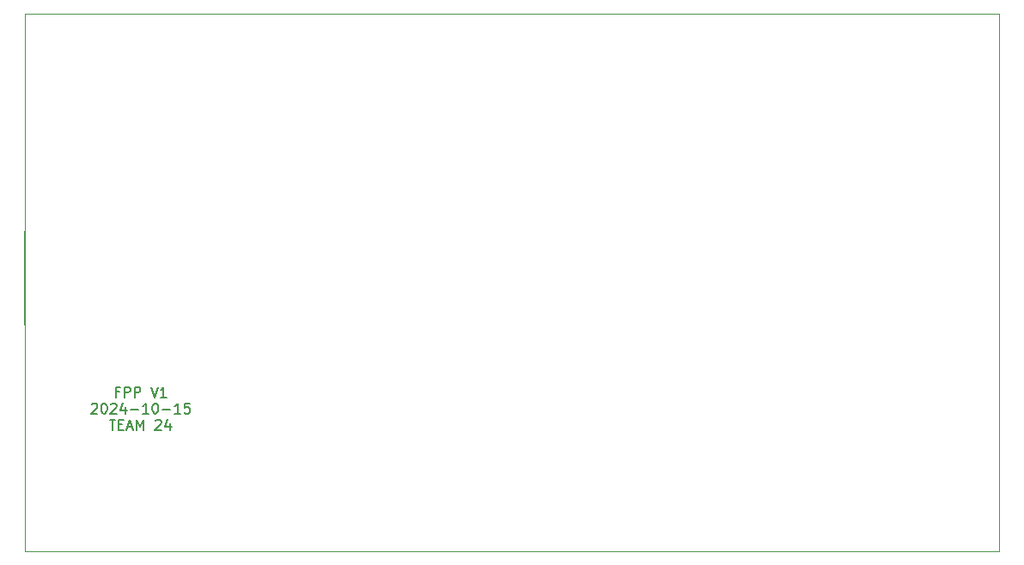
<source format=gbr>
%TF.GenerationSoftware,KiCad,Pcbnew,8.0.4*%
%TF.CreationDate,2024-10-15T03:37:40-05:00*%
%TF.ProjectId,FPP_10_8,4650505f-3130-45f3-982e-6b696361645f,rev?*%
%TF.SameCoordinates,Original*%
%TF.FileFunction,Profile,NP*%
%FSLAX46Y46*%
G04 Gerber Fmt 4.6, Leading zero omitted, Abs format (unit mm)*
G04 Created by KiCad (PCBNEW 8.0.4) date 2024-10-15 03:37:40*
%MOMM*%
%LPD*%
G01*
G04 APERTURE LIST*
%ADD10C,0.150000*%
%TA.AperFunction,Profile*%
%ADD11C,0.050000*%
%TD*%
%TA.AperFunction,Profile*%
%ADD12C,0.010000*%
%TD*%
G04 APERTURE END LIST*
D10*
X113007142Y-103676121D02*
X112673809Y-103676121D01*
X112673809Y-104199931D02*
X112673809Y-103199931D01*
X112673809Y-103199931D02*
X113149999Y-103199931D01*
X113530952Y-104199931D02*
X113530952Y-103199931D01*
X113530952Y-103199931D02*
X113911904Y-103199931D01*
X113911904Y-103199931D02*
X114007142Y-103247550D01*
X114007142Y-103247550D02*
X114054761Y-103295169D01*
X114054761Y-103295169D02*
X114102380Y-103390407D01*
X114102380Y-103390407D02*
X114102380Y-103533264D01*
X114102380Y-103533264D02*
X114054761Y-103628502D01*
X114054761Y-103628502D02*
X114007142Y-103676121D01*
X114007142Y-103676121D02*
X113911904Y-103723740D01*
X113911904Y-103723740D02*
X113530952Y-103723740D01*
X114530952Y-104199931D02*
X114530952Y-103199931D01*
X114530952Y-103199931D02*
X114911904Y-103199931D01*
X114911904Y-103199931D02*
X115007142Y-103247550D01*
X115007142Y-103247550D02*
X115054761Y-103295169D01*
X115054761Y-103295169D02*
X115102380Y-103390407D01*
X115102380Y-103390407D02*
X115102380Y-103533264D01*
X115102380Y-103533264D02*
X115054761Y-103628502D01*
X115054761Y-103628502D02*
X115007142Y-103676121D01*
X115007142Y-103676121D02*
X114911904Y-103723740D01*
X114911904Y-103723740D02*
X114530952Y-103723740D01*
X116150000Y-103199931D02*
X116483333Y-104199931D01*
X116483333Y-104199931D02*
X116816666Y-103199931D01*
X117673809Y-104199931D02*
X117102381Y-104199931D01*
X117388095Y-104199931D02*
X117388095Y-103199931D01*
X117388095Y-103199931D02*
X117292857Y-103342788D01*
X117292857Y-103342788D02*
X117197619Y-103438026D01*
X117197619Y-103438026D02*
X117102381Y-103485645D01*
X110292857Y-104905113D02*
X110340476Y-104857494D01*
X110340476Y-104857494D02*
X110435714Y-104809875D01*
X110435714Y-104809875D02*
X110673809Y-104809875D01*
X110673809Y-104809875D02*
X110769047Y-104857494D01*
X110769047Y-104857494D02*
X110816666Y-104905113D01*
X110816666Y-104905113D02*
X110864285Y-105000351D01*
X110864285Y-105000351D02*
X110864285Y-105095589D01*
X110864285Y-105095589D02*
X110816666Y-105238446D01*
X110816666Y-105238446D02*
X110245238Y-105809875D01*
X110245238Y-105809875D02*
X110864285Y-105809875D01*
X111483333Y-104809875D02*
X111578571Y-104809875D01*
X111578571Y-104809875D02*
X111673809Y-104857494D01*
X111673809Y-104857494D02*
X111721428Y-104905113D01*
X111721428Y-104905113D02*
X111769047Y-105000351D01*
X111769047Y-105000351D02*
X111816666Y-105190827D01*
X111816666Y-105190827D02*
X111816666Y-105428922D01*
X111816666Y-105428922D02*
X111769047Y-105619398D01*
X111769047Y-105619398D02*
X111721428Y-105714636D01*
X111721428Y-105714636D02*
X111673809Y-105762256D01*
X111673809Y-105762256D02*
X111578571Y-105809875D01*
X111578571Y-105809875D02*
X111483333Y-105809875D01*
X111483333Y-105809875D02*
X111388095Y-105762256D01*
X111388095Y-105762256D02*
X111340476Y-105714636D01*
X111340476Y-105714636D02*
X111292857Y-105619398D01*
X111292857Y-105619398D02*
X111245238Y-105428922D01*
X111245238Y-105428922D02*
X111245238Y-105190827D01*
X111245238Y-105190827D02*
X111292857Y-105000351D01*
X111292857Y-105000351D02*
X111340476Y-104905113D01*
X111340476Y-104905113D02*
X111388095Y-104857494D01*
X111388095Y-104857494D02*
X111483333Y-104809875D01*
X112197619Y-104905113D02*
X112245238Y-104857494D01*
X112245238Y-104857494D02*
X112340476Y-104809875D01*
X112340476Y-104809875D02*
X112578571Y-104809875D01*
X112578571Y-104809875D02*
X112673809Y-104857494D01*
X112673809Y-104857494D02*
X112721428Y-104905113D01*
X112721428Y-104905113D02*
X112769047Y-105000351D01*
X112769047Y-105000351D02*
X112769047Y-105095589D01*
X112769047Y-105095589D02*
X112721428Y-105238446D01*
X112721428Y-105238446D02*
X112150000Y-105809875D01*
X112150000Y-105809875D02*
X112769047Y-105809875D01*
X113626190Y-105143208D02*
X113626190Y-105809875D01*
X113388095Y-104762256D02*
X113150000Y-105476541D01*
X113150000Y-105476541D02*
X113769047Y-105476541D01*
X114150000Y-105428922D02*
X114911905Y-105428922D01*
X115911904Y-105809875D02*
X115340476Y-105809875D01*
X115626190Y-105809875D02*
X115626190Y-104809875D01*
X115626190Y-104809875D02*
X115530952Y-104952732D01*
X115530952Y-104952732D02*
X115435714Y-105047970D01*
X115435714Y-105047970D02*
X115340476Y-105095589D01*
X116530952Y-104809875D02*
X116626190Y-104809875D01*
X116626190Y-104809875D02*
X116721428Y-104857494D01*
X116721428Y-104857494D02*
X116769047Y-104905113D01*
X116769047Y-104905113D02*
X116816666Y-105000351D01*
X116816666Y-105000351D02*
X116864285Y-105190827D01*
X116864285Y-105190827D02*
X116864285Y-105428922D01*
X116864285Y-105428922D02*
X116816666Y-105619398D01*
X116816666Y-105619398D02*
X116769047Y-105714636D01*
X116769047Y-105714636D02*
X116721428Y-105762256D01*
X116721428Y-105762256D02*
X116626190Y-105809875D01*
X116626190Y-105809875D02*
X116530952Y-105809875D01*
X116530952Y-105809875D02*
X116435714Y-105762256D01*
X116435714Y-105762256D02*
X116388095Y-105714636D01*
X116388095Y-105714636D02*
X116340476Y-105619398D01*
X116340476Y-105619398D02*
X116292857Y-105428922D01*
X116292857Y-105428922D02*
X116292857Y-105190827D01*
X116292857Y-105190827D02*
X116340476Y-105000351D01*
X116340476Y-105000351D02*
X116388095Y-104905113D01*
X116388095Y-104905113D02*
X116435714Y-104857494D01*
X116435714Y-104857494D02*
X116530952Y-104809875D01*
X117292857Y-105428922D02*
X118054762Y-105428922D01*
X119054761Y-105809875D02*
X118483333Y-105809875D01*
X118769047Y-105809875D02*
X118769047Y-104809875D01*
X118769047Y-104809875D02*
X118673809Y-104952732D01*
X118673809Y-104952732D02*
X118578571Y-105047970D01*
X118578571Y-105047970D02*
X118483333Y-105095589D01*
X119959523Y-104809875D02*
X119483333Y-104809875D01*
X119483333Y-104809875D02*
X119435714Y-105286065D01*
X119435714Y-105286065D02*
X119483333Y-105238446D01*
X119483333Y-105238446D02*
X119578571Y-105190827D01*
X119578571Y-105190827D02*
X119816666Y-105190827D01*
X119816666Y-105190827D02*
X119911904Y-105238446D01*
X119911904Y-105238446D02*
X119959523Y-105286065D01*
X119959523Y-105286065D02*
X120007142Y-105381303D01*
X120007142Y-105381303D02*
X120007142Y-105619398D01*
X120007142Y-105619398D02*
X119959523Y-105714636D01*
X119959523Y-105714636D02*
X119911904Y-105762256D01*
X119911904Y-105762256D02*
X119816666Y-105809875D01*
X119816666Y-105809875D02*
X119578571Y-105809875D01*
X119578571Y-105809875D02*
X119483333Y-105762256D01*
X119483333Y-105762256D02*
X119435714Y-105714636D01*
X112078571Y-106419819D02*
X112649999Y-106419819D01*
X112364285Y-107419819D02*
X112364285Y-106419819D01*
X112983333Y-106896009D02*
X113316666Y-106896009D01*
X113459523Y-107419819D02*
X112983333Y-107419819D01*
X112983333Y-107419819D02*
X112983333Y-106419819D01*
X112983333Y-106419819D02*
X113459523Y-106419819D01*
X113840476Y-107134104D02*
X114316666Y-107134104D01*
X113745238Y-107419819D02*
X114078571Y-106419819D01*
X114078571Y-106419819D02*
X114411904Y-107419819D01*
X114745238Y-107419819D02*
X114745238Y-106419819D01*
X114745238Y-106419819D02*
X115078571Y-107134104D01*
X115078571Y-107134104D02*
X115411904Y-106419819D01*
X115411904Y-106419819D02*
X115411904Y-107419819D01*
X116602381Y-106515057D02*
X116650000Y-106467438D01*
X116650000Y-106467438D02*
X116745238Y-106419819D01*
X116745238Y-106419819D02*
X116983333Y-106419819D01*
X116983333Y-106419819D02*
X117078571Y-106467438D01*
X117078571Y-106467438D02*
X117126190Y-106515057D01*
X117126190Y-106515057D02*
X117173809Y-106610295D01*
X117173809Y-106610295D02*
X117173809Y-106705533D01*
X117173809Y-106705533D02*
X117126190Y-106848390D01*
X117126190Y-106848390D02*
X116554762Y-107419819D01*
X116554762Y-107419819D02*
X117173809Y-107419819D01*
X118030952Y-106753152D02*
X118030952Y-107419819D01*
X117792857Y-106372200D02*
X117554762Y-107086485D01*
X117554762Y-107086485D02*
X118173809Y-107086485D01*
D11*
X103750000Y-66400000D02*
X199750000Y-66400000D01*
X199750000Y-119400000D01*
X103750000Y-119400000D01*
X103750000Y-66400000D01*
D12*
%TO.C,J2*%
X103682500Y-87780000D02*
X103682500Y-97020000D01*
%TD*%
M02*

</source>
